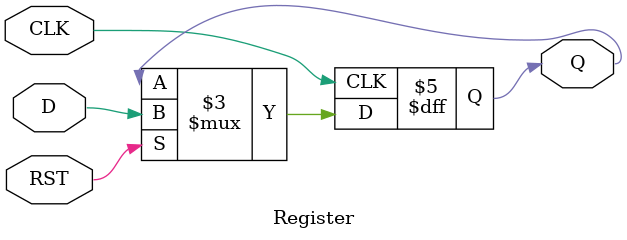
<source format=v>
`timescale 1ns / 1ps

module Register (input CLK, RST,
                 input D,
                 output reg Q);

initial Q <= 0;
                  
    always @ (posedge CLK) begin
        if (RST) // Active-high signal
            Q <= D;
    end                  
                  
endmodule

</source>
